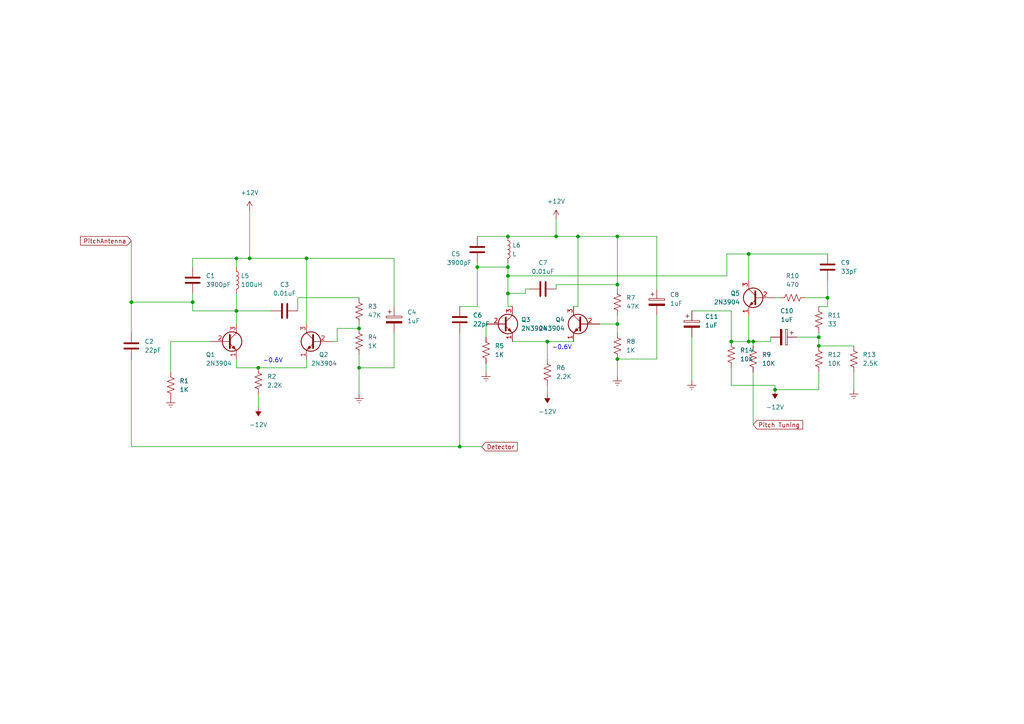
<source format=kicad_sch>
(kicad_sch (version 20230121) (generator eeschema)
  (paper "A4")
  (lib_symbols
    (symbol "Device:C" (pin_numbers hide) (pin_names (offset 0.254))
      (property "Reference" "C" (at 0.635 2.54 0))
      (property "Value" "C" (at 0.635 -2.54 0))
      (symbol "C_0_1"
        (polyline (pts (xy -2.032 -0.762) (xy 2.032 -0.762)) (stroke (width 0.508)))
        (polyline (pts (xy -2.032 0.762) (xy 2.032 0.762)) (stroke (width 0.508)))
      )
      (symbol "C_1_1"
        (pin passive line (at 0 3.81 270) (length 2.794) (name "~") (number "1"))
        (pin passive line (at 0 -3.81 90) (length 2.794) (name "~") (number "2"))
      )
    )
    (symbol "Device:C_Polarized" (pin_numbers hide) (pin_names (offset 0.254))
      (property "Reference" "C" (at 0.635 2.54 0))
      (property "Value" "C_Polarized" (at 0.635 -2.54 0))
      (symbol "C_Polarized_0_1"
        (rectangle (start -2.286 0.508) (end 2.286 1.016))
        (polyline (pts (xy -1.778 2.286) (xy -0.762 2.286)))
        (polyline (pts (xy -1.27 2.794) (xy -1.27 1.778)))
        (rectangle (start 2.286 -0.508) (end -2.286 -1.016) (fill (type outline)))
      )
      (symbol "C_Polarized_1_1"
        (pin passive line (at 0 3.81 270) (length 2.794) (name "~") (number "1"))
        (pin passive line (at 0 -3.81 90) (length 2.794) (name "~") (number "2"))
      )
    )
    (symbol "Device:L" (pin_numbers hide) (pin_names (offset 1.016) hide)
      (property "Reference" "L" (at -1.27 0 90))
      (property "Value" "L" (at 1.905 0 90))
      (symbol "L_0_1"
        (arc (start 0 -2.54) (mid 0.6323 -1.905) (end 0 -1.27))
        (arc (start 0 -1.27) (mid 0.6323 -0.635) (end 0 0))
        (arc (start 0 0) (mid 0.6323 0.635) (end 0 1.27))
        (arc (start 0 1.27) (mid 0.6323 1.905) (end 0 2.54))
      )
      (symbol "L_1_1"
        (pin passive line (at 0 3.81 270) (length 1.27) (name "1") (number "1"))
        (pin passive line (at 0 -3.81 90) (length 1.27) (name "2") (number "2"))
      )
    )
    (symbol "Device:R_US" (pin_numbers hide) (pin_names (offset 0))
      (property "Reference" "R" (at 2.54 0 90))
      (property "Value" "R_US" (at -2.54 0 90))
      (symbol "R_US_0_1"
        (polyline (pts (xy 0 -2.286) (xy 0 -2.54)))
        (polyline (pts (xy 0 2.286) (xy 0 2.54)))
        (polyline (pts (xy 0 -0.762) (xy 1.016 -1.143) (xy 0 -1.524) (xy -1.016 -1.905) (xy 0 -2.286)))
        (polyline (pts (xy 0 0.762) (xy 1.016 0.381) (xy 0 0) (xy -1.016 -0.381) (xy 0 -0.762)))
        (polyline (pts (xy 0 2.286) (xy 1.016 1.905) (xy 0 1.524) (xy -1.016 1.143) (xy 0 0.762)))
      )
      (symbol "R_US_1_1"
        (pin passive line (at 0 3.81 270) (length 1.27) (name "~") (number "1"))
        (pin passive line (at 0 -3.81 90) (length 1.27) (name "~") (number "2"))
      )
    )
    (symbol "Transistor_BJT:2N3904" (pin_names (offset 0) hide)
      (property "Reference" "Q" (at 5.08 1.905 0))
      (property "Value" "2N3904" (at 5.08 0 0))
      (symbol "2N3904_0_1"
        (polyline (pts (xy 0.635 0.635) (xy 2.54 2.54)))
        (polyline (pts (xy 0.635 -0.635) (xy 2.54 -2.54) (xy 2.54 -2.54)))
        (polyline (pts (xy 0.635 1.905) (xy 0.635 -1.905) (xy 0.635 -1.905)) (stroke (width 0.508)))
        (polyline (pts (xy 1.27 -1.778) (xy 1.778 -1.27) (xy 2.286 -2.286) (xy 1.27 -1.778) (xy 1.27 -1.778)) (fill (type outline)))
        (circle (center 1.27 0) (radius 2.8194) (stroke (width 0.254)))
      )
      (symbol "2N3904_1_1"
        (pin passive line (at 2.54 -5.08 90) (length 2.54) (name "E") (number "1"))
        (pin passive line (at -5.08 0 0) (length 5.715) (name "B") (number "2"))
        (pin passive line (at 2.54 5.08 270) (length 2.54) (name "C") (number "3"))
      )
    )
    (symbol "power:+12V" (power) (pin_names (offset 0))
      (property "Value" "+12V" (at 0 3.556 0))
      (symbol "+12V_0_1"
        (polyline (pts (xy -0.762 1.27) (xy 0 2.54)))
        (polyline (pts (xy 0 0) (xy 0 2.54)))
        (polyline (pts (xy 0 2.54) (xy 0.762 1.27)))
      )
      (symbol "+12V_1_1"
        (pin power_in line (at 0 0 90) (length 0) hide (name "+12V") (number "1"))
      )
    )
    (symbol "power:-12V" (power) (pin_names (offset 0))
      (property "Value" "-12V" (at 0 3.81 0))
      (symbol "-12V_0_0"
        (pin power_in line (at 0 0 90) (length 0) hide (name "-12V") (number "1"))
      )
      (symbol "-12V_0_1"
        (polyline (pts (xy 0 0) (xy 0 1.27) (xy 0.762 1.27) (xy 0 2.54) (xy -0.762 1.27) (xy 0 1.27)) (fill (type outline)))
      )
    )
    (symbol "power:Earth" (power) (pin_names (offset 0))
      (symbol "Earth_0_1"
        (polyline (pts (xy -0.635 -1.905) (xy 0.635 -1.905)))
        (polyline (pts (xy -0.127 -2.54) (xy 0.127 -2.54)))
        (polyline (pts (xy 0 -1.27) (xy 0 0)))
        (polyline (pts (xy 1.27 -1.27) (xy -1.27 -1.27)))
      )
      (symbol "Earth_1_1"
        (pin power_in line (at 0 0 270) (length 0) hide (name "Earth") (number "1"))
      )
    )
  )
  (junction (at 88.9 74.93))
  (junction (at 179.07 104.14))
  (junction (at 167.64 68.58))
  (junction (at 218.44 99.06))
  (junction (at 74.93 106.68))
  (junction (at 147.32 68.58))
  (junction (at 217.17 99.06))
  (junction (at 104.14 95.25))
  (junction (at 179.07 93.98))
  (junction (at 72.39 74.93))
  (junction (at 147.32 85.09))
  (junction (at 38.1 87.63))
  (junction (at 161.29 68.58))
  (junction (at 147.32 80.01))
  (junction (at 133.35 129.54))
  (junction (at 179.07 82.55))
  (junction (at 224.79 113.03))
  (junction (at 138.43 77.47))
  (junction (at 179.07 68.58))
  (junction (at 68.58 74.93))
  (junction (at 237.49 100.33))
  (junction (at 237.49 97.79))
  (junction (at 158.75 99.06))
  (junction (at 147.32 77.47))
  (junction (at 212.09 99.06))
  (junction (at 217.17 73.66))
  (junction (at 55.88 87.63))
  (junction (at 104.14 106.68))
  (junction (at 240.03 86.36))
  (junction (at 68.58 90.17))
  (wire (pts (xy 212.09 106.68) (xy 212.09 111.76)))
  (wire (pts (xy 200.66 97.79) (xy 200.66 110.49)))
  (wire (pts (xy 148.59 99.06) (xy 158.75 99.06)))
  (wire (pts (xy 88.9 74.93) (xy 88.9 93.98)))
  (wire (pts (xy 138.43 77.47) (xy 138.43 88.9)))
  (wire (pts (xy 55.88 87.63) (xy 55.88 90.17)))
  (wire (pts (xy 212.09 99.06) (xy 217.17 99.06)))
  (wire (pts (xy 217.17 73.66) (xy 217.17 81.28)))
  (wire (pts (xy 147.32 77.47) (xy 147.32 76.2)))
  (wire (pts (xy 138.43 76.2) (xy 138.43 77.47)))
  (wire (pts (xy 68.58 106.68) (xy 74.93 106.68)))
  (wire (pts (xy 190.5 104.14) (xy 190.5 91.44)))
  (wire (pts (xy 240.03 88.9) (xy 237.49 88.9)))
  (wire (pts (xy 167.64 88.9) (xy 166.37 88.9)))
  (wire (pts (xy 60.96 99.06) (xy 49.53 99.06)))
  (wire (pts (xy 68.58 104.14) (xy 68.58 106.68)))
  (wire (pts (xy 104.14 106.68) (xy 104.14 114.3)))
  (wire (pts (xy 179.07 82.55) (xy 161.29 82.55)))
  (wire (pts (xy 237.49 113.03) (xy 224.79 113.03)))
  (wire (pts (xy 217.17 73.66) (xy 210.82 73.66)))
  (wire (pts (xy 140.97 93.98) (xy 140.97 97.79)))
  (wire (pts (xy 212.09 99.06) (xy 212.09 90.17)))
  (wire (pts (xy 114.3 74.93) (xy 88.9 74.93)))
  (wire (pts (xy 68.58 90.17) (xy 55.88 90.17)))
  (wire (pts (xy 210.82 73.66) (xy 210.82 80.01)))
  (wire (pts (xy 190.5 68.58) (xy 190.5 83.82)))
  (wire (pts (xy 68.58 85.09) (xy 68.58 90.17)))
  (wire (pts (xy 97.79 99.06) (xy 97.79 95.25)))
  (wire (pts (xy 161.29 63.5) (xy 161.29 68.58)))
  (wire (pts (xy 97.79 95.25) (xy 104.14 95.25)))
  (wire (pts (xy 152.4 85.09) (xy 147.32 85.09)))
  (wire (pts (xy 147.32 85.09) (xy 147.32 88.9)))
  (wire (pts (xy 104.14 93.98) (xy 104.14 95.25)))
  (wire (pts (xy 152.4 83.82) (xy 152.4 85.09)))
  (wire (pts (xy 237.49 97.79) (xy 237.49 100.33)))
  (wire (pts (xy 38.1 129.54) (xy 133.35 129.54)))
  (wire (pts (xy 49.53 99.06) (xy 49.53 107.95)))
  (wire (pts (xy 104.14 86.36) (xy 86.36 86.36)))
  (wire (pts (xy 74.93 106.68) (xy 88.9 106.68)))
  (wire (pts (xy 179.07 91.44) (xy 179.07 93.98)))
  (wire (pts (xy 223.52 99.06) (xy 223.52 97.79)))
  (wire (pts (xy 152.4 83.82) (xy 153.67 83.82)))
  (wire (pts (xy 231.14 97.79) (xy 237.49 97.79)))
  (wire (pts (xy 147.32 80.01) (xy 210.82 80.01)))
  (wire (pts (xy 240.03 73.66) (xy 217.17 73.66)))
  (wire (pts (xy 74.93 114.3) (xy 74.93 118.11)))
  (wire (pts (xy 104.14 102.87) (xy 104.14 106.68)))
  (wire (pts (xy 240.03 86.36) (xy 240.03 88.9)))
  (wire (pts (xy 68.58 74.93) (xy 55.88 74.93)))
  (wire (pts (xy 133.35 129.54) (xy 133.35 96.52)))
  (wire (pts (xy 38.1 104.14) (xy 38.1 129.54)))
  (wire (pts (xy 114.3 96.52) (xy 114.3 106.68)))
  (wire (pts (xy 173.99 93.98) (xy 179.07 93.98)))
  (wire (pts (xy 138.43 68.58) (xy 147.32 68.58)))
  (wire (pts (xy 179.07 82.55) (xy 179.07 83.82)))
  (wire (pts (xy 218.44 107.95) (xy 218.44 123.19)))
  (wire (pts (xy 38.1 87.63) (xy 38.1 96.52)))
  (wire (pts (xy 179.07 104.14) (xy 190.5 104.14)))
  (wire (pts (xy 86.36 86.36) (xy 86.36 90.17)))
  (wire (pts (xy 140.97 105.41) (xy 140.97 107.95)))
  (wire (pts (xy 158.75 99.06) (xy 166.37 99.06)))
  (wire (pts (xy 237.49 96.52) (xy 237.49 97.79)))
  (wire (pts (xy 161.29 82.55) (xy 161.29 83.82)))
  (wire (pts (xy 72.39 60.96) (xy 72.39 74.93)))
  (wire (pts (xy 179.07 93.98) (xy 179.07 96.52)))
  (wire (pts (xy 114.3 88.9) (xy 114.3 74.93)))
  (wire (pts (xy 133.35 129.54) (xy 139.7 129.54)))
  (wire (pts (xy 237.49 113.03) (xy 237.49 107.95)))
  (wire (pts (xy 88.9 74.93) (xy 72.39 74.93)))
  (wire (pts (xy 72.39 74.93) (xy 68.58 74.93)))
  (wire (pts (xy 138.43 77.47) (xy 147.32 77.47)))
  (wire (pts (xy 212.09 90.17) (xy 200.66 90.17)))
  (wire (pts (xy 179.07 68.58) (xy 179.07 82.55)))
  (wire (pts (xy 212.09 111.76) (xy 224.79 111.76)))
  (wire (pts (xy 218.44 99.06) (xy 223.52 99.06)))
  (wire (pts (xy 224.79 86.36) (xy 226.06 86.36)))
  (wire (pts (xy 217.17 99.06) (xy 218.44 99.06)))
  (wire (pts (xy 55.88 74.93) (xy 55.88 77.47)))
  (wire (pts (xy 158.75 99.06) (xy 158.75 104.14)))
  (wire (pts (xy 147.32 68.58) (xy 161.29 68.58)))
  (wire (pts (xy 88.9 106.68) (xy 88.9 104.14)))
  (wire (pts (xy 55.88 85.09) (xy 55.88 87.63)))
  (wire (pts (xy 179.07 104.14) (xy 179.07 109.22)))
  (wire (pts (xy 104.14 106.68) (xy 114.3 106.68)))
  (wire (pts (xy 240.03 81.28) (xy 240.03 86.36)))
  (wire (pts (xy 167.64 68.58) (xy 179.07 68.58)))
  (wire (pts (xy 68.58 74.93) (xy 68.58 77.47)))
  (wire (pts (xy 147.32 80.01) (xy 147.32 85.09)))
  (wire (pts (xy 147.32 77.47) (xy 147.32 80.01)))
  (wire (pts (xy 217.17 91.44) (xy 217.17 99.06)))
  (wire (pts (xy 167.64 68.58) (xy 167.64 88.9)))
  (wire (pts (xy 78.74 90.17) (xy 68.58 90.17)))
  (wire (pts (xy 237.49 100.33) (xy 247.65 100.33)))
  (wire (pts (xy 161.29 68.58) (xy 167.64 68.58)))
  (wire (pts (xy 38.1 69.85) (xy 38.1 87.63)))
  (wire (pts (xy 68.58 90.17) (xy 68.58 93.98)))
  (wire (pts (xy 179.07 68.58) (xy 190.5 68.58)))
  (wire (pts (xy 247.65 107.95) (xy 247.65 113.03)))
  (wire (pts (xy 147.32 88.9) (xy 148.59 88.9)))
  (wire (pts (xy 38.1 87.63) (xy 55.88 87.63)))
  (wire (pts (xy 218.44 99.06) (xy 218.44 100.33)))
  (wire (pts (xy 138.43 88.9) (xy 133.35 88.9)))
  (wire (pts (xy 224.79 111.76) (xy 224.79 113.03)))
  (wire (pts (xy 96.52 99.06) (xy 97.79 99.06)))
  (wire (pts (xy 233.68 86.36) (xy 240.03 86.36)))
  (wire (pts (xy 158.75 111.76) (xy 158.75 114.3)))
  (text "-0.6V" (at 76.2 105.41 0) (effects (font (size 1.27 1.27)) (justify left bottom)))
  (text "-0.6V" (at 160.02 101.6 0) (effects (font (size 1.27 1.27)) (justify left bottom)))
  (global_label "PitchAntenna" (shape input) (at 38.1 69.85 180) (property "Intersheetrefs" "${INTERSHEET_REFS}" (effects hide)))
  (global_label "Pitch Tuning" (shape input) (at 218.44 123.19 0) (property "Intersheetrefs" "${INTERSHEET_REFS}" (effects hide)))
  (global_label "Detector" (shape input) (at 139.7 129.54 0) (property "Intersheetrefs" "${INTERSHEET_REFS}" (effects hide)))
  (symbol (lib_id "power:Earth") (at 200.66 110.49 0) (unit 1)
    (property "Reference" "#PWR011" (effects hide))
    (property "Value" "Earth" (effects hide))
    (instances (project "theremin" (path "" (reference "#PWR011") (unit 1)) (path "" (reference "#PWR09") (unit 1))))
  )
  (symbol (lib_id "power:+12V") (at 72.39 60.96 0) (unit 1)
    (property "Reference" "#PWR01" (effects hide))
    (property "Value" "+12V" (at 72.39 55.88 0))
    (instances (project "theremin" (path "" (reference "#PWR01") (unit 1)) (path "" (reference "#PWR02") (unit 1))))
  )
  (symbol (lib_id "Transistor_BJT:2N3904") (at 91.44 99.06 0) (mirror y) (unit 1)
    (property "Reference" "Q2" (at 95.25 102.87 0) (effects (justify left)))
    (property "Value" "2N3904" (at 97.79 105.41 0) (effects (justify left)))
    (property "Footprint" "Package_TO_SOT_THT:TO-92_Inline" (effects hide))
    (property "Datasheet" "https://www.onsemi.com/pub/Collateral/2N3903-D.PDF" (effects hide))
  )
  (symbol (lib_id "Device:R_US") (at 179.07 100.33 0) (unit 1)
    (property "Reference" "R8" (at 181.61 99.06 0) (effects (justify left)))
    (property "Value" "1K" (at 181.61 101.6 0) (effects (justify left)))
    (property "Footprint" "Resistor_SMD:R_0805_2012Metric" (effects hide))
  )
  (symbol (lib_id "Device:R_US") (at 218.44 104.14 0) (unit 1)
    (property "Reference" "R9" (at 220.98 102.87 0) (effects (justify left)))
    (property "Value" "10K" (at 220.98 105.41 0) (effects (justify left)))
    (property "Footprint" "Resistor_SMD:R_0805_2012Metric" (effects hide))
  )
  (symbol (lib_id "power:Earth") (at 49.53 115.57 0) (unit 1)
    (property "Reference" "#PWR06" (effects hide))
    (property "Value" "Earth" (effects hide))
    (instances (project "theremin" (path "" (reference "#PWR06") (unit 1)) (path "" (reference "#PWR01") (unit 1))))
  )
  (symbol (lib_id "Device:R_US") (at 104.14 99.06 0) (unit 1)
    (property "Reference" "R4" (at 106.68 97.79 0) (effects (justify left)))
    (property "Value" "1K" (at 106.68 100.33 0) (effects (justify left)))
    (property "Footprint" "Resistor_SMD:R_0805_2012Metric" (effects hide))
  )
  (symbol (lib_id "power:Earth") (at 179.07 109.22 0) (unit 1)
    (property "Reference" "#PWR05" (effects hide))
    (property "Value" "Earth" (effects hide))
    (instances (project "theremin" (path "" (reference "#PWR05") (unit 1)) (path "" (reference "#PWR08") (unit 1))))
  )
  (symbol (lib_id "Transistor_BJT:2N3904") (at 66.04 99.06 0) (unit 1)
    (property "Reference" "Q1" (at 59.69 102.87 0) (effects (justify left)))
    (property "Value" "2N3904" (at 59.69 105.41 0) (effects (justify left)))
    (property "Footprint" "Package_TO_SOT_THT:TO-92_Inline" (effects hide))
    (property "Datasheet" "https://www.onsemi.com/pub/Collateral/2N3903-D.PDF" (effects hide))
  )
  (symbol (lib_id "Device:R_US") (at 179.07 87.63 0) (unit 1)
    (property "Reference" "R7" (at 181.61 86.36 0) (effects (justify left)))
    (property "Value" "47K" (at 181.61 88.9 0) (effects (justify left)))
    (property "Footprint" "Resistor_SMD:R_0805_2012Metric" (effects hide))
  )
  (symbol (lib_id "Transistor_BJT:2N3904") (at 219.71 86.36 0) (mirror y) (unit 1)
    (property "Reference" "Q5" (at 214.63 85.09 0) (effects (justify left)))
    (property "Value" "2N3904" (at 214.63 87.63 0) (effects (justify left)))
    (property "Footprint" "Package_TO_SOT_THT:TO-92_Inline" (effects hide))
    (property "Datasheet" "https://www.onsemi.com/pub/Collateral/2N3903-D.PDF" (effects hide))
  )
  (symbol (lib_id "Device:R_US") (at 140.97 101.6 0) (unit 1)
    (property "Reference" "R5" (at 143.51 100.33 0) (effects (justify left)))
    (property "Value" "1K" (at 143.51 102.87 0) (effects (justify left)))
    (property "Footprint" "Resistor_SMD:R_0805_2012Metric" (effects hide))
  )
  (symbol (lib_id "power:-12V") (at 224.79 113.03 180) (unit 1)
    (property "Reference" "#PWR010" (effects hide))
    (property "Value" "-12V" (at 224.79 118.11 0))
    (instances (project "theremin" (path "" (reference "#PWR010") (unit 1)) (path "" (reference "#PWR011") (unit 1))))
  )
  (symbol (lib_id "Device:L") (at 147.32 72.39 0) (unit 1)
    (property "Reference" "L6" (at 148.59 71.12 0) (effects (justify left)))
    (property "Value" "L" (at 148.59 73.66 0) (effects (justify left)))
    (property "Footprint" "Inductor_SMD:L_1210_3225Metric" (effects hide))
  )
  (symbol (lib_id "Device:R_US") (at 104.14 90.17 0) (unit 1)
    (property "Reference" "R3" (at 106.68 88.9 0) (effects (justify left)))
    (property "Value" "47K" (at 106.68 91.44 0) (effects (justify left)))
    (property "Footprint" "Resistor_SMD:R_0805_2012Metric" (effects hide))
  )
  (symbol (lib_id "Device:C_Polarized") (at 200.66 93.98 0) (unit 1)
    (property "Reference" "C11" (at 204.47 91.821 0) (effects (justify left)))
    (property "Value" "1uF" (at 204.47 94.361 0) (effects (justify left)))
    (property "Footprint" "Capacitor_THT:CP_Radial_D5.0mm_P2.50mm" (effects hide))
  )
  (symbol (lib_id "Device:R_US") (at 237.49 104.14 180) (unit 1)
    (property "Reference" "R12" (at 240.03 102.87 0) (effects (justify right)))
    (property "Value" "10K" (at 240.03 105.41 0) (effects (justify right)))
    (property "Footprint" "Resistor_SMD:R_0805_2012Metric" (effects hide))
  )
  (symbol (lib_id "Transistor_BJT:2N3904") (at 168.91 93.98 0) (mirror y) (unit 1)
    (property "Reference" "Q4" (at 163.83 92.71 0) (effects (justify left)))
    (property "Value" "2N3904" (at 163.83 95.25 0) (effects (justify left)))
    (property "Footprint" "Package_TO_SOT_THT:TO-92_Inline" (effects hide))
    (property "Datasheet" "https://www.onsemi.com/pub/Collateral/2N3903-D.PDF" (effects hide))
  )
  (symbol (lib_id "Device:C_Polarized") (at 190.5 87.63 0) (unit 1)
    (property "Reference" "C8" (at 194.31 85.471 0) (effects (justify left)))
    (property "Value" "1uF" (at 194.31 88.011 0) (effects (justify left)))
    (property "Footprint" "Capacitor_THT:CP_Radial_D5.0mm_P2.50mm" (effects hide))
  )
  (symbol (lib_id "Device:C") (at 157.48 83.82 90) (unit 1)
    (property "Reference" "C7" (at 157.48 76.2 90))
    (property "Value" "0.01uF" (at 157.48 78.74 90))
    (property "Footprint" "Capacitor_SMD:C_0805_2012Metric" (effects hide))
  )
  (symbol (lib_id "Device:R_US") (at 158.75 107.95 0) (unit 1)
    (property "Reference" "R6" (at 161.29 106.68 0) (effects (justify left)))
    (property "Value" "2.2K" (at 161.29 109.22 0) (effects (justify left)))
    (property "Footprint" "Resistor_SMD:R_0805_2012Metric" (effects hide))
  )
  (symbol (lib_id "Device:R_US") (at 237.49 92.71 180) (unit 1)
    (property "Reference" "R11" (at 240.03 91.44 0) (effects (justify right)))
    (property "Value" "33" (at 240.03 93.98 0) (effects (justify right)))
    (property "Footprint" "Resistor_SMD:R_0805_2012Metric" (effects hide))
  )
  (symbol (lib_id "Transistor_BJT:2N3904") (at 146.05 93.98 0) (unit 1)
    (property "Reference" "Q3" (at 151.13 92.71 0) (effects (justify left)))
    (property "Value" "2N3904" (at 151.13 95.25 0) (effects (justify left)))
    (property "Footprint" "Package_TO_SOT_THT:TO-92_Inline" (effects hide))
    (property "Datasheet" "https://www.onsemi.com/pub/Collateral/2N3903-D.PDF" (effects hide))
  )
  (symbol (lib_id "Device:C") (at 82.55 90.17 90) (unit 1)
    (property "Reference" "C3" (at 82.55 82.55 90))
    (property "Value" "0.01uF" (at 82.55 85.09 90))
    (property "Footprint" "Capacitor_SMD:C_0805_2012Metric" (effects hide))
  )
  (symbol (lib_id "Device:R_US") (at 49.53 111.76 0) (unit 1)
    (property "Reference" "R1" (at 52.07 110.49 0) (effects (justify left)))
    (property "Value" "1K" (at 52.07 113.03 0) (effects (justify left)))
    (property "Footprint" "Resistor_SMD:R_0805_2012Metric" (effects hide))
  )
  (symbol (lib_id "power:Earth") (at 140.97 107.95 0) (unit 1)
    (property "Reference" "#PWR09" (effects hide))
    (property "Value" "Earth" (effects hide))
    (instances (project "theremin" (path "" (reference "#PWR09") (unit 1)) (path "" (reference "#PWR05") (unit 1))))
  )
  (symbol (lib_id "Device:R_US") (at 247.65 104.14 180) (unit 1)
    (property "Reference" "R13" (at 250.19 102.87 0) (effects (justify right)))
    (property "Value" "2.5K" (at 250.19 105.41 0) (effects (justify right)))
    (property "Footprint" "Resistor_SMD:R_0805_2012Metric" (effects hide))
  )
  (symbol (lib_id "Device:C") (at 38.1 100.33 0) (unit 1)
    (property "Reference" "C2" (at 41.91 99.06 0) (effects (justify left)))
    (property "Value" "22pF" (at 41.91 101.6 0) (effects (justify left)))
    (property "Footprint" "Capacitor_SMD:C_0805_2012Metric" (effects hide))
    (instances (project "theremin" (path "" (reference "C2") (unit 1)) (path "" (reference "C1") (unit 1))))
  )
  (symbol (lib_id "power:Earth") (at 104.14 114.3 0) (unit 1)
    (property "Reference" "#PWR07" (effects hide))
    (property "Value" "Earth" (effects hide))
    (instances (project "theremin" (path "" (reference "#PWR07") (unit 1)) (path "" (reference "#PWR04") (unit 1))))
  )
  (symbol (lib_id "Device:C_Polarized") (at 114.3 92.71 0) (unit 1)
    (property "Reference" "C4" (at 118.11 90.551 0) (effects (justify left)))
    (property "Value" "1uF" (at 118.11 93.091 0) (effects (justify left)))
    (property "Footprint" "Capacitor_THT:CP_Radial_D5.0mm_P2.50mm" (effects hide))
  )
  (symbol (lib_id "Device:C") (at 138.43 72.39 0) (unit 1)
    (property "Reference" "C5" (at 130.81 73.66 0) (effects (justify left)))
    (property "Value" "3900pF" (at 129.54 76.2 0) (effects (justify left)))
    (property "Footprint" "Capacitor_SMD:C_0805_2012Metric" (effects hide))
  )
  (symbol (lib_id "Device:C") (at 133.35 92.71 0) (unit 1)
    (property "Reference" "C6" (at 137.16 91.44 0) (effects (justify left)))
    (property "Value" "22pF" (at 137.16 93.98 0) (effects (justify left)))
    (property "Footprint" "Capacitor_SMD:C_0805_2012Metric" (effects hide))
  )
  (symbol (lib_id "Device:R_US") (at 212.09 102.87 0) (unit 1)
    (property "Reference" "R14" (at 214.63 101.6 0) (effects (justify left)))
    (property "Value" "10K" (at 214.63 104.14 0) (effects (justify left)))
    (property "Footprint" "Resistor_SMD:R_0805_2012Metric" (effects hide))
    (instances (project "theremin" (path "" (reference "R14") (unit 1)) (path "" (reference "R39") (unit 1))))
  )
  (symbol (lib_id "power:Earth") (at 247.65 113.03 0) (unit 1)
    (property "Reference" "#PWR012" (effects hide))
    (property "Value" "Earth" (effects hide))
  )
  (symbol (lib_id "Device:C") (at 240.03 77.47 180) (unit 1)
    (property "Reference" "C9" (at 243.84 76.2 0) (effects (justify right)))
    (property "Value" "33pF" (at 243.84 78.74 0) (effects (justify right)))
    (property "Footprint" "Capacitor_SMD:C_0805_2012Metric" (effects hide))
  )
  (symbol (lib_id "Device:C") (at 55.88 81.28 0) (unit 1)
    (property "Reference" "C1" (at 59.69 80.01 0) (effects (justify left)))
    (property "Value" "3900pF" (at 59.69 82.55 0) (effects (justify left)))
    (property "Footprint" "Capacitor_SMD:C_0805_2012Metric" (effects hide))
    (instances (project "theremin" (path "" (reference "C1") (unit 1)) (path "" (reference "C2") (unit 1))))
  )
  (symbol (lib_id "power:+12V") (at 161.29 63.5 0) (unit 1)
    (property "Reference" "#PWR02" (effects hide))
    (property "Value" "+12V" (at 161.29 58.42 0))
    (instances (project "theremin" (path "" (reference "#PWR02") (unit 1)) (path "" (reference "#PWR07") (unit 1))))
  )
  (symbol (lib_id "Device:R_US") (at 74.93 110.49 0) (unit 1)
    (property "Reference" "R2" (at 77.47 109.22 0) (effects (justify left)))
    (property "Value" "2.2K" (at 77.47 111.76 0) (effects (justify left)))
    (property "Footprint" "Resistor_SMD:R_0805_2012Metric" (effects hide))
  )
  (symbol (lib_id "power:-12V") (at 74.93 118.11 180) (unit 1)
    (property "Reference" "#PWR04" (effects hide))
    (property "Value" "-12V" (at 74.93 123.19 0))
    (instances (project "theremin" (path "" (reference "#PWR04") (unit 1)) (path "" (reference "#PWR03") (unit 1))))
  )
  (symbol (lib_id "power:-12V") (at 158.75 114.3 180) (unit 1)
    (property "Reference" "#PWR08" (effects hide))
    (property "Value" "-12V" (at 158.75 119.38 0))
    (instances (project "theremin" (path "" (reference "#PWR08") (unit 1)) (path "" (reference "#PWR06") (unit 1))))
  )
  (symbol (lib_id "Device:C_Polarized") (at 227.33 97.79 270) (unit 1)
    (property "Reference" "C10" (at 228.219 90.17 90))
    (property "Value" "1uF" (at 228.219 92.71 90))
    (property "Footprint" "Capacitor_THT:CP_Radial_D5.0mm_P2.50mm" (effects hide))
  )
  (symbol (lib_id "Device:R_US") (at 229.87 86.36 90) (unit 1)
    (property "Reference" "R10" (at 229.87 80.01 90))
    (property "Value" "470" (at 229.87 82.55 90))
    (property "Footprint" "Resistor_SMD:R_0805_2012Metric" (effects hide))
  )
  (symbol (lib_id "Device:L") (at 68.58 81.28 0) (unit 1)
    (property "Reference" "L5" (at 69.85 80.01 0) (effects (justify left)))
    (property "Value" "100uH" (at 69.85 82.55 0) (effects (justify left)))
    (property "Footprint" "Inductor_SMD:L_1210_3225Metric" (effects hide))
  )
)
</source>
